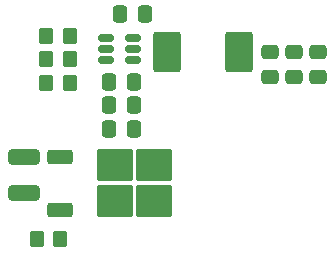
<source format=gbp>
%TF.GenerationSoftware,KiCad,Pcbnew,9.0.5*%
%TF.CreationDate,2025-10-21T23:33:10-04:00*%
%TF.ProjectId,mainBoard,6d61696e-426f-4617-9264-2e6b69636164,rev?*%
%TF.SameCoordinates,Original*%
%TF.FileFunction,Paste,Bot*%
%TF.FilePolarity,Positive*%
%FSLAX46Y46*%
G04 Gerber Fmt 4.6, Leading zero omitted, Abs format (unit mm)*
G04 Created by KiCad (PCBNEW 9.0.5) date 2025-10-21 23:33:10*
%MOMM*%
%LPD*%
G01*
G04 APERTURE LIST*
G04 Aperture macros list*
%AMRoundRect*
0 Rectangle with rounded corners*
0 $1 Rounding radius*
0 $2 $3 $4 $5 $6 $7 $8 $9 X,Y pos of 4 corners*
0 Add a 4 corners polygon primitive as box body*
4,1,4,$2,$3,$4,$5,$6,$7,$8,$9,$2,$3,0*
0 Add four circle primitives for the rounded corners*
1,1,$1+$1,$2,$3*
1,1,$1+$1,$4,$5*
1,1,$1+$1,$6,$7*
1,1,$1+$1,$8,$9*
0 Add four rect primitives between the rounded corners*
20,1,$1+$1,$2,$3,$4,$5,0*
20,1,$1+$1,$4,$5,$6,$7,0*
20,1,$1+$1,$6,$7,$8,$9,0*
20,1,$1+$1,$8,$9,$2,$3,0*%
G04 Aperture macros list end*
%ADD10RoundRect,0.250000X1.075000X-0.400000X1.075000X0.400000X-1.075000X0.400000X-1.075000X-0.400000X0*%
%ADD11RoundRect,0.250000X-0.337500X-0.475000X0.337500X-0.475000X0.337500X0.475000X-0.337500X0.475000X0*%
%ADD12RoundRect,0.250000X0.350000X0.450000X-0.350000X0.450000X-0.350000X-0.450000X0.350000X-0.450000X0*%
%ADD13RoundRect,0.250000X-0.475000X0.337500X-0.475000X-0.337500X0.475000X-0.337500X0.475000X0.337500X0*%
%ADD14RoundRect,0.235000X-0.940000X-1.465000X0.940000X-1.465000X0.940000X1.465000X-0.940000X1.465000X0*%
%ADD15RoundRect,0.250000X0.337500X0.475000X-0.337500X0.475000X-0.337500X-0.475000X0.337500X-0.475000X0*%
%ADD16RoundRect,0.250000X-0.350000X-0.450000X0.350000X-0.450000X0.350000X0.450000X-0.350000X0.450000X0*%
%ADD17RoundRect,0.250000X-1.275000X-1.125000X1.275000X-1.125000X1.275000X1.125000X-1.275000X1.125000X0*%
%ADD18RoundRect,0.250000X-0.850000X-0.350000X0.850000X-0.350000X0.850000X0.350000X-0.850000X0.350000X0*%
%ADD19RoundRect,0.150000X0.512500X0.150000X-0.512500X0.150000X-0.512500X-0.150000X0.512500X-0.150000X0*%
G04 APERTURE END LIST*
D10*
%TO.C,R14*%
X118548166Y-68664215D03*
X118548166Y-65564215D03*
%TD*%
D11*
%TO.C,C11*%
X126748286Y-53514215D03*
X128823286Y-53514215D03*
%TD*%
D12*
%TO.C,R10*%
X121648166Y-72514215D03*
X119648166Y-72514215D03*
%TD*%
D13*
%TO.C,C12*%
X139448166Y-56714215D03*
X139448166Y-58789215D03*
%TD*%
D14*
%TO.C,L3*%
X130723166Y-56714215D03*
X136773166Y-56714215D03*
%TD*%
D15*
%TO.C,C8*%
X127885666Y-63214215D03*
X125810666Y-63214215D03*
%TD*%
D16*
%TO.C,R7*%
X120448166Y-59314215D03*
X122448166Y-59314215D03*
%TD*%
D17*
%TO.C,Q1*%
X126248166Y-66314215D03*
X126248166Y-69364215D03*
X129598166Y-66314215D03*
X129598166Y-69364215D03*
D18*
X121623166Y-70119215D03*
X121623166Y-65559215D03*
%TD*%
D16*
%TO.C,R11*%
X120448166Y-55314215D03*
X122448166Y-55314215D03*
%TD*%
D13*
%TO.C,C13*%
X141458166Y-56714215D03*
X141458166Y-58789215D03*
%TD*%
%TO.C,C26*%
X143458166Y-56714215D03*
X143458166Y-58789215D03*
%TD*%
D19*
%TO.C,U2*%
X127823166Y-55514215D03*
X127823166Y-56464215D03*
X127823166Y-57414215D03*
X125548166Y-57414215D03*
X125548166Y-56464215D03*
X125548166Y-55514215D03*
%TD*%
D15*
%TO.C,C10*%
X127885666Y-61214215D03*
X125810666Y-61214215D03*
%TD*%
D12*
%TO.C,R6*%
X122448166Y-57314215D03*
X120448166Y-57314215D03*
%TD*%
D15*
%TO.C,C9*%
X127885666Y-59214215D03*
X125810666Y-59214215D03*
%TD*%
M02*

</source>
